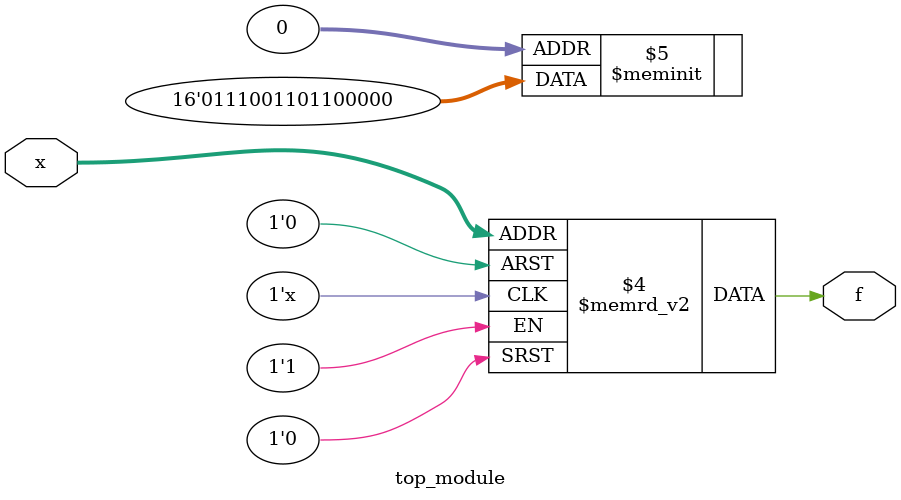
<source format=sv>
module top_module (
    input [4:1] x,
    output logic f
);
    
    always_comb begin
        case (x)
            4'b0000: f = 1'b0; // don't-care treated as 0
            4'b0001: f = 1'b0; 
            4'b0010: f = 1'b0; // don't-care treated as 0
            4'b0011: f = 1'b0; // don't-care treated as 0
            4'b0100: f = 1'b0; 
            4'b0101: f = 1'b1; // don't-care treated as 1
            4'b0110: f = 1'b1; // don't-care treated as 1
            4'b0111: f = 1'b0; 
            4'b1000: f = 1'b1; 
            4'b1001: f = 1'b1; 
            4'b1010: f = 1'b0; 
            4'b1011: f = 1'b0; // don't-care treated as 0
            4'b1100: f = 1'b1;
            4'b1101: f = 1'b1;
            4'b1110: f = 1'b1; // don't-care treated as 1
            4'b1111: f = 1'b0; // don't-care treated as 0
            default: f = 1'b0; // fallback case
        endcase
    end

endmodule

</source>
